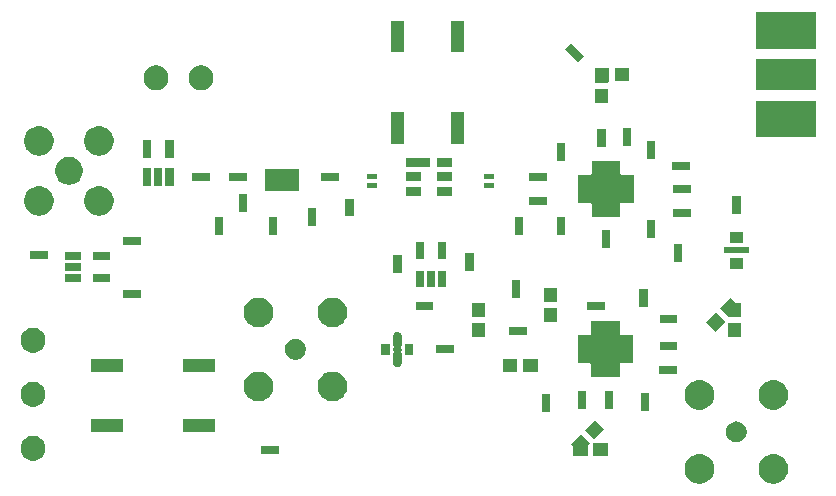
<source format=gts>
G04 #@! TF.GenerationSoftware,KiCad,Pcbnew,5.0.2-bee76a0~70~ubuntu16.04.1*
G04 #@! TF.CreationDate,2019-02-24T18:58:32-05:00*
G04 #@! TF.ProjectId,chain_v03,63686169-6e5f-4763-9033-2e6b69636164,rev?*
G04 #@! TF.SameCoordinates,Original*
G04 #@! TF.FileFunction,Soldermask,Top*
G04 #@! TF.FilePolarity,Negative*
%FSLAX46Y46*%
G04 Gerber Fmt 4.6, Leading zero omitted, Abs format (unit mm)*
G04 Created by KiCad (PCBNEW 5.0.2-bee76a0~70~ubuntu16.04.1) date Sun 24 Feb 2019 06:58:32 PM EST*
%MOMM*%
%LPD*%
G01*
G04 APERTURE LIST*
%ADD10C,0.100000*%
G04 APERTURE END LIST*
D10*
G04 #@! TO.C,U12*
G36*
X76358930Y-94126000D02*
X75757000Y-94126000D01*
X75757000Y-93325406D01*
X76358930Y-93325406D01*
X76358930Y-94126000D01*
G37*
G36*
X75357263Y-93326000D02*
X74757000Y-93326000D01*
X74757000Y-92775166D01*
X75357263Y-92775166D01*
X75357263Y-93326000D01*
G37*
G36*
X74356240Y-94126000D02*
X73757000Y-94126000D01*
X73757000Y-93325565D01*
X74356240Y-93325565D01*
X74356240Y-94126000D01*
G37*
G36*
X75357292Y-94676000D02*
X74757000Y-94676000D01*
X74757000Y-94126390D01*
X75357292Y-94126390D01*
X75357292Y-94676000D01*
G37*
G36*
X107072635Y-102602019D02*
X107253903Y-102638075D01*
X107481571Y-102732378D01*
X107685542Y-102868668D01*
X107686469Y-102869287D01*
X107860713Y-103043531D01*
X107860715Y-103043534D01*
X107997622Y-103248429D01*
X108091925Y-103476097D01*
X108140000Y-103717787D01*
X108140000Y-103964213D01*
X108091925Y-104205903D01*
X107997622Y-104433571D01*
X107861332Y-104637542D01*
X107860713Y-104638469D01*
X107686469Y-104812713D01*
X107686466Y-104812715D01*
X107481571Y-104949622D01*
X107253903Y-105043925D01*
X107072635Y-105079981D01*
X107012214Y-105092000D01*
X106765786Y-105092000D01*
X106705365Y-105079981D01*
X106524097Y-105043925D01*
X106296429Y-104949622D01*
X106091534Y-104812715D01*
X106091531Y-104812713D01*
X105917287Y-104638469D01*
X105916668Y-104637542D01*
X105780378Y-104433571D01*
X105686075Y-104205903D01*
X105638000Y-103964213D01*
X105638000Y-103717787D01*
X105686075Y-103476097D01*
X105780378Y-103248429D01*
X105917285Y-103043534D01*
X105917287Y-103043531D01*
X106091531Y-102869287D01*
X106092458Y-102868668D01*
X106296429Y-102732378D01*
X106524097Y-102638075D01*
X106705364Y-102602019D01*
X106765786Y-102590000D01*
X107012214Y-102590000D01*
X107072635Y-102602019D01*
X107072635Y-102602019D01*
G37*
G36*
X100812635Y-102602019D02*
X100993903Y-102638075D01*
X101221571Y-102732378D01*
X101425542Y-102868668D01*
X101426469Y-102869287D01*
X101600713Y-103043531D01*
X101600715Y-103043534D01*
X101737622Y-103248429D01*
X101831925Y-103476097D01*
X101880000Y-103717787D01*
X101880000Y-103964213D01*
X101831925Y-104205903D01*
X101737622Y-104433571D01*
X101601332Y-104637542D01*
X101600713Y-104638469D01*
X101426469Y-104812713D01*
X101426466Y-104812715D01*
X101221571Y-104949622D01*
X100993903Y-105043925D01*
X100812635Y-105079981D01*
X100752214Y-105092000D01*
X100505786Y-105092000D01*
X100445365Y-105079981D01*
X100264097Y-105043925D01*
X100036429Y-104949622D01*
X99831534Y-104812715D01*
X99831531Y-104812713D01*
X99657287Y-104638469D01*
X99656668Y-104637542D01*
X99520378Y-104433571D01*
X99426075Y-104205903D01*
X99378000Y-103964213D01*
X99378000Y-103717787D01*
X99426075Y-103476097D01*
X99520378Y-103248429D01*
X99657285Y-103043534D01*
X99657287Y-103043531D01*
X99831531Y-102869287D01*
X99832458Y-102868668D01*
X100036429Y-102732378D01*
X100264097Y-102638075D01*
X100445364Y-102602019D01*
X100505786Y-102590000D01*
X100752214Y-102590000D01*
X100812635Y-102602019D01*
X100812635Y-102602019D01*
G37*
G36*
X44502414Y-101097879D02*
X44502416Y-101097880D01*
X44502417Y-101097880D01*
X44693594Y-101177068D01*
X44865651Y-101292033D01*
X45011967Y-101438349D01*
X45011969Y-101438352D01*
X45126932Y-101610406D01*
X45157416Y-101684000D01*
X45206121Y-101801586D01*
X45246251Y-102003333D01*
X45246490Y-102004536D01*
X45246490Y-102211464D01*
X45206120Y-102414417D01*
X45135048Y-102586000D01*
X45126932Y-102605594D01*
X45011967Y-102777651D01*
X44865651Y-102923967D01*
X44865648Y-102923969D01*
X44693594Y-103038932D01*
X44502417Y-103118120D01*
X44502416Y-103118120D01*
X44502414Y-103118121D01*
X44299466Y-103158490D01*
X44092534Y-103158490D01*
X43889586Y-103118121D01*
X43889584Y-103118120D01*
X43889583Y-103118120D01*
X43698406Y-103038932D01*
X43526352Y-102923969D01*
X43526349Y-102923967D01*
X43380033Y-102777651D01*
X43265068Y-102605594D01*
X43256952Y-102586000D01*
X43185880Y-102414417D01*
X43145510Y-102211464D01*
X43145510Y-102004536D01*
X43145749Y-102003333D01*
X43185879Y-101801586D01*
X43234585Y-101684000D01*
X43265068Y-101610406D01*
X43380031Y-101438352D01*
X43380033Y-101438349D01*
X43526349Y-101292033D01*
X43698406Y-101177068D01*
X43889583Y-101097880D01*
X43889584Y-101097880D01*
X43889586Y-101097879D01*
X44092534Y-101057510D01*
X44299466Y-101057510D01*
X44502414Y-101097879D01*
X44502414Y-101097879D01*
G37*
G36*
X91365588Y-101691645D02*
X91188612Y-101868621D01*
X91173066Y-101887563D01*
X91161515Y-101909174D01*
X91154402Y-101932623D01*
X91152000Y-101957009D01*
X91152000Y-102786000D01*
X89950000Y-102786000D01*
X89950000Y-102027719D01*
X89947598Y-102003333D01*
X89940485Y-101979884D01*
X89928934Y-101958273D01*
X89913388Y-101939331D01*
X89736412Y-101762355D01*
X90586355Y-100912412D01*
X91365588Y-101691645D01*
X91365588Y-101691645D01*
G37*
G36*
X92852000Y-102786000D02*
X91650000Y-102786000D01*
X91650000Y-101709009D01*
X91648290Y-101691645D01*
X91649043Y-101684000D01*
X92852000Y-101684000D01*
X92852000Y-102786000D01*
X92852000Y-102786000D01*
G37*
G36*
X65013000Y-102586000D02*
X63511000Y-102586000D01*
X63511000Y-101884000D01*
X65013000Y-101884000D01*
X65013000Y-102586000D01*
X65013000Y-102586000D01*
G37*
G36*
X103887589Y-99843416D02*
X104014520Y-99868664D01*
X104173942Y-99934699D01*
X104317418Y-100030566D01*
X104439434Y-100152582D01*
X104535301Y-100296058D01*
X104601336Y-100455480D01*
X104635000Y-100624721D01*
X104635000Y-100797279D01*
X104601336Y-100966520D01*
X104535301Y-101125942D01*
X104439434Y-101269418D01*
X104317418Y-101391434D01*
X104173942Y-101487301D01*
X104014520Y-101553336D01*
X103887589Y-101578584D01*
X103845280Y-101587000D01*
X103672720Y-101587000D01*
X103630411Y-101578584D01*
X103503480Y-101553336D01*
X103344058Y-101487301D01*
X103200582Y-101391434D01*
X103078566Y-101269418D01*
X102982699Y-101125942D01*
X102916664Y-100966520D01*
X102883000Y-100797279D01*
X102883000Y-100624721D01*
X102916664Y-100455480D01*
X102982699Y-100296058D01*
X103078566Y-100152582D01*
X103200582Y-100030566D01*
X103344058Y-99934699D01*
X103503480Y-99868664D01*
X103630411Y-99843416D01*
X103672720Y-99835000D01*
X103845280Y-99835000D01*
X103887589Y-99843416D01*
X103887589Y-99843416D01*
G37*
G36*
X92567670Y-100489563D02*
X91717727Y-101339506D01*
X90938494Y-100560273D01*
X91788437Y-99710330D01*
X92567670Y-100489563D01*
X92567670Y-100489563D01*
G37*
G36*
X59582000Y-100764000D02*
X56900000Y-100764000D01*
X56900000Y-99642000D01*
X59582000Y-99642000D01*
X59582000Y-100764000D01*
X59582000Y-100764000D01*
G37*
G36*
X51812000Y-100764000D02*
X49130000Y-100764000D01*
X49130000Y-99642000D01*
X51812000Y-99642000D01*
X51812000Y-100764000D01*
X51812000Y-100764000D01*
G37*
G36*
X87981000Y-99049000D02*
X87279000Y-99049000D01*
X87279000Y-97547000D01*
X87981000Y-97547000D01*
X87981000Y-99049000D01*
X87981000Y-99049000D01*
G37*
G36*
X96363000Y-98922000D02*
X95661000Y-98922000D01*
X95661000Y-97420000D01*
X96363000Y-97420000D01*
X96363000Y-98922000D01*
X96363000Y-98922000D01*
G37*
G36*
X100812635Y-96342019D02*
X100993903Y-96378075D01*
X101221571Y-96472378D01*
X101420155Y-96605068D01*
X101426469Y-96609287D01*
X101600713Y-96783531D01*
X101600715Y-96783534D01*
X101737622Y-96988429D01*
X101831925Y-97216097D01*
X101880000Y-97457787D01*
X101880000Y-97704213D01*
X101831925Y-97945903D01*
X101737622Y-98173571D01*
X101666508Y-98280000D01*
X101600713Y-98378469D01*
X101426469Y-98552713D01*
X101426466Y-98552715D01*
X101221571Y-98689622D01*
X100993903Y-98783925D01*
X100812635Y-98819981D01*
X100752214Y-98832000D01*
X100505786Y-98832000D01*
X100445365Y-98819981D01*
X100264097Y-98783925D01*
X100036429Y-98689622D01*
X99831534Y-98552715D01*
X99831531Y-98552713D01*
X99657287Y-98378469D01*
X99591492Y-98280000D01*
X99520378Y-98173571D01*
X99426075Y-97945903D01*
X99378000Y-97704213D01*
X99378000Y-97457787D01*
X99426075Y-97216097D01*
X99520378Y-96988429D01*
X99657285Y-96783534D01*
X99657287Y-96783531D01*
X99831531Y-96609287D01*
X99837845Y-96605068D01*
X100036429Y-96472378D01*
X100264097Y-96378075D01*
X100445365Y-96342019D01*
X100505786Y-96330000D01*
X100752214Y-96330000D01*
X100812635Y-96342019D01*
X100812635Y-96342019D01*
G37*
G36*
X107072635Y-96342019D02*
X107253903Y-96378075D01*
X107481571Y-96472378D01*
X107680155Y-96605068D01*
X107686469Y-96609287D01*
X107860713Y-96783531D01*
X107860715Y-96783534D01*
X107997622Y-96988429D01*
X108091925Y-97216097D01*
X108140000Y-97457787D01*
X108140000Y-97704213D01*
X108091925Y-97945903D01*
X107997622Y-98173571D01*
X107926508Y-98280000D01*
X107860713Y-98378469D01*
X107686469Y-98552713D01*
X107686466Y-98552715D01*
X107481571Y-98689622D01*
X107253903Y-98783925D01*
X107072635Y-98819981D01*
X107012214Y-98832000D01*
X106765786Y-98832000D01*
X106705365Y-98819981D01*
X106524097Y-98783925D01*
X106296429Y-98689622D01*
X106091534Y-98552715D01*
X106091531Y-98552713D01*
X105917287Y-98378469D01*
X105851492Y-98280000D01*
X105780378Y-98173571D01*
X105686075Y-97945903D01*
X105638000Y-97704213D01*
X105638000Y-97457787D01*
X105686075Y-97216097D01*
X105780378Y-96988429D01*
X105917285Y-96783534D01*
X105917287Y-96783531D01*
X106091531Y-96609287D01*
X106097845Y-96605068D01*
X106296429Y-96472378D01*
X106524097Y-96378075D01*
X106705365Y-96342019D01*
X106765786Y-96330000D01*
X107012214Y-96330000D01*
X107072635Y-96342019D01*
X107072635Y-96342019D01*
G37*
G36*
X93315000Y-98795000D02*
X92613000Y-98795000D01*
X92613000Y-97293000D01*
X93315000Y-97293000D01*
X93315000Y-98795000D01*
X93315000Y-98795000D01*
G37*
G36*
X91029000Y-98795000D02*
X90327000Y-98795000D01*
X90327000Y-97293000D01*
X91029000Y-97293000D01*
X91029000Y-98795000D01*
X91029000Y-98795000D01*
G37*
G36*
X44502414Y-96525879D02*
X44502416Y-96525880D01*
X44502417Y-96525880D01*
X44693594Y-96605068D01*
X44865651Y-96720033D01*
X45011967Y-96866349D01*
X45011969Y-96866352D01*
X45126932Y-97038406D01*
X45202525Y-97220903D01*
X45206121Y-97229586D01*
X45246490Y-97432534D01*
X45246490Y-97639466D01*
X45209045Y-97827715D01*
X45206120Y-97842417D01*
X45155501Y-97964622D01*
X45126932Y-98033594D01*
X45011967Y-98205651D01*
X44865651Y-98351967D01*
X44865648Y-98351969D01*
X44693594Y-98466932D01*
X44502417Y-98546120D01*
X44502416Y-98546120D01*
X44502414Y-98546121D01*
X44299466Y-98586490D01*
X44092534Y-98586490D01*
X43889586Y-98546121D01*
X43889584Y-98546120D01*
X43889583Y-98546120D01*
X43698406Y-98466932D01*
X43526352Y-98351969D01*
X43526349Y-98351967D01*
X43380033Y-98205651D01*
X43265068Y-98033594D01*
X43236499Y-97964622D01*
X43185880Y-97842417D01*
X43182956Y-97827715D01*
X43145510Y-97639466D01*
X43145510Y-97432534D01*
X43185879Y-97229586D01*
X43189476Y-97220903D01*
X43265068Y-97038406D01*
X43380031Y-96866352D01*
X43380033Y-96866349D01*
X43526349Y-96720033D01*
X43698406Y-96605068D01*
X43889583Y-96525880D01*
X43889584Y-96525880D01*
X43889586Y-96525879D01*
X44092534Y-96485510D01*
X44299466Y-96485510D01*
X44502414Y-96525879D01*
X44502414Y-96525879D01*
G37*
G36*
X63474636Y-95617019D02*
X63655903Y-95653075D01*
X63883571Y-95747378D01*
X64044638Y-95855000D01*
X64088469Y-95884287D01*
X64262713Y-96058531D01*
X64262715Y-96058534D01*
X64399622Y-96263429D01*
X64493925Y-96491097D01*
X64542000Y-96732787D01*
X64542000Y-96979213D01*
X64493925Y-97220903D01*
X64399622Y-97448571D01*
X64263332Y-97652542D01*
X64262713Y-97653469D01*
X64088469Y-97827713D01*
X64088466Y-97827715D01*
X63883571Y-97964622D01*
X63655903Y-98058925D01*
X63474635Y-98094981D01*
X63414214Y-98107000D01*
X63167786Y-98107000D01*
X63107365Y-98094981D01*
X62926097Y-98058925D01*
X62698429Y-97964622D01*
X62493534Y-97827715D01*
X62493531Y-97827713D01*
X62319287Y-97653469D01*
X62318668Y-97652542D01*
X62182378Y-97448571D01*
X62088075Y-97220903D01*
X62040000Y-96979213D01*
X62040000Y-96732787D01*
X62088075Y-96491097D01*
X62182378Y-96263429D01*
X62319285Y-96058534D01*
X62319287Y-96058531D01*
X62493531Y-95884287D01*
X62537362Y-95855000D01*
X62698429Y-95747378D01*
X62926097Y-95653075D01*
X63107364Y-95617019D01*
X63167786Y-95605000D01*
X63414214Y-95605000D01*
X63474636Y-95617019D01*
X63474636Y-95617019D01*
G37*
G36*
X69734636Y-95617019D02*
X69915903Y-95653075D01*
X70143571Y-95747378D01*
X70304638Y-95855000D01*
X70348469Y-95884287D01*
X70522713Y-96058531D01*
X70522715Y-96058534D01*
X70659622Y-96263429D01*
X70753925Y-96491097D01*
X70802000Y-96732787D01*
X70802000Y-96979213D01*
X70753925Y-97220903D01*
X70659622Y-97448571D01*
X70523332Y-97652542D01*
X70522713Y-97653469D01*
X70348469Y-97827713D01*
X70348466Y-97827715D01*
X70143571Y-97964622D01*
X69915903Y-98058925D01*
X69734635Y-98094981D01*
X69674214Y-98107000D01*
X69427786Y-98107000D01*
X69367365Y-98094981D01*
X69186097Y-98058925D01*
X68958429Y-97964622D01*
X68753534Y-97827715D01*
X68753531Y-97827713D01*
X68579287Y-97653469D01*
X68578668Y-97652542D01*
X68442378Y-97448571D01*
X68348075Y-97220903D01*
X68300000Y-96979213D01*
X68300000Y-96732787D01*
X68348075Y-96491097D01*
X68442378Y-96263429D01*
X68579285Y-96058534D01*
X68579287Y-96058531D01*
X68753531Y-95884287D01*
X68797362Y-95855000D01*
X68958429Y-95747378D01*
X69186097Y-95653075D01*
X69367364Y-95617019D01*
X69427786Y-95605000D01*
X69674214Y-95605000D01*
X69734636Y-95617019D01*
X69734636Y-95617019D01*
G37*
G36*
X93862188Y-92401844D02*
X93864590Y-92426230D01*
X93871703Y-92449679D01*
X93883254Y-92471290D01*
X93898800Y-92490232D01*
X93917742Y-92505778D01*
X93939353Y-92517329D01*
X93962802Y-92524442D01*
X93987188Y-92526844D01*
X95030588Y-92526844D01*
X95030588Y-94914844D01*
X93987188Y-94914844D01*
X93962802Y-94917246D01*
X93939353Y-94924359D01*
X93917742Y-94935910D01*
X93898800Y-94951456D01*
X93883254Y-94970398D01*
X93871703Y-94992009D01*
X93864590Y-95015458D01*
X93862188Y-95039844D01*
X93862188Y-96083244D01*
X91474188Y-96083244D01*
X91474188Y-95039844D01*
X91471786Y-95015458D01*
X91464673Y-94992009D01*
X91453122Y-94970398D01*
X91437576Y-94951456D01*
X91418634Y-94935910D01*
X91397023Y-94924359D01*
X91373574Y-94917246D01*
X91349188Y-94914844D01*
X90305788Y-94914844D01*
X90305788Y-92526844D01*
X91349188Y-92526844D01*
X91373574Y-92524442D01*
X91397023Y-92517329D01*
X91418634Y-92505778D01*
X91437576Y-92490232D01*
X91453122Y-92471290D01*
X91464673Y-92449679D01*
X91471786Y-92426230D01*
X91474188Y-92401844D01*
X91474188Y-91358444D01*
X93862188Y-91358444D01*
X93862188Y-92401844D01*
X93862188Y-92401844D01*
G37*
G36*
X98746000Y-95855000D02*
X97244000Y-95855000D01*
X97244000Y-95153000D01*
X98746000Y-95153000D01*
X98746000Y-95855000D01*
X98746000Y-95855000D01*
G37*
G36*
X59582000Y-95684000D02*
X56900000Y-95684000D01*
X56900000Y-94562000D01*
X59582000Y-94562000D01*
X59582000Y-95684000D01*
X59582000Y-95684000D01*
G37*
G36*
X51812000Y-95684000D02*
X49130000Y-95684000D01*
X49130000Y-94562000D01*
X51812000Y-94562000D01*
X51812000Y-95684000D01*
X51812000Y-95684000D01*
G37*
G36*
X86922000Y-95674000D02*
X85720000Y-95674000D01*
X85720000Y-94572000D01*
X86922000Y-94572000D01*
X86922000Y-95674000D01*
X86922000Y-95674000D01*
G37*
G36*
X85222000Y-95674000D02*
X84020000Y-95674000D01*
X84020000Y-94572000D01*
X85222000Y-94572000D01*
X85222000Y-95674000D01*
X85222000Y-95674000D01*
G37*
G36*
X75159383Y-92238489D02*
X75223261Y-92264948D01*
X75280750Y-92303361D01*
X75329639Y-92352250D01*
X75368052Y-92409739D01*
X75394511Y-92473617D01*
X75408000Y-92541430D01*
X75408000Y-93399698D01*
X75391047Y-93413612D01*
X75375501Y-93432554D01*
X75363950Y-93454165D01*
X75356837Y-93477614D01*
X75354435Y-93502000D01*
X75356837Y-93526386D01*
X75363950Y-93549835D01*
X75394511Y-93623617D01*
X75408000Y-93691430D01*
X75408000Y-93760570D01*
X75394511Y-93828383D01*
X75363950Y-93902165D01*
X75356837Y-93925615D01*
X75354435Y-93950001D01*
X75356837Y-93974387D01*
X75363950Y-93997836D01*
X75375502Y-94019447D01*
X75391047Y-94038389D01*
X75408000Y-94052301D01*
X75408000Y-94910570D01*
X75394511Y-94978383D01*
X75368052Y-95042261D01*
X75329639Y-95099750D01*
X75280750Y-95148639D01*
X75223261Y-95187052D01*
X75159383Y-95213511D01*
X75091570Y-95227000D01*
X75022430Y-95227000D01*
X74954617Y-95213511D01*
X74890739Y-95187052D01*
X74833250Y-95148639D01*
X74784361Y-95099750D01*
X74745948Y-95042261D01*
X74719489Y-94978383D01*
X74706000Y-94910570D01*
X74706000Y-94052302D01*
X74722953Y-94038388D01*
X74738499Y-94019446D01*
X74750050Y-93997835D01*
X74757163Y-93974386D01*
X74759565Y-93950000D01*
X74757163Y-93925614D01*
X74750050Y-93902165D01*
X74719489Y-93828383D01*
X74706000Y-93760570D01*
X74706000Y-93691430D01*
X74719489Y-93623617D01*
X74750050Y-93549835D01*
X74757163Y-93526385D01*
X74759565Y-93501999D01*
X74757163Y-93477613D01*
X74750050Y-93454164D01*
X74738498Y-93432553D01*
X74722953Y-93413611D01*
X74706000Y-93399699D01*
X74706000Y-92541430D01*
X74719489Y-92473617D01*
X74745948Y-92409739D01*
X74784361Y-92352250D01*
X74833250Y-92303361D01*
X74890739Y-92264948D01*
X74954617Y-92238489D01*
X75022430Y-92225000D01*
X75091570Y-92225000D01*
X75159383Y-92238489D01*
X75159383Y-92238489D01*
G37*
G36*
X66549589Y-92858416D02*
X66676520Y-92883664D01*
X66835942Y-92949699D01*
X66979418Y-93045566D01*
X67101434Y-93167582D01*
X67197301Y-93311058D01*
X67263336Y-93470480D01*
X67297000Y-93639721D01*
X67297000Y-93812279D01*
X67263336Y-93981520D01*
X67197301Y-94140942D01*
X67101434Y-94284418D01*
X66979418Y-94406434D01*
X66835942Y-94502301D01*
X66676520Y-94568336D01*
X66549589Y-94593584D01*
X66507280Y-94602000D01*
X66334720Y-94602000D01*
X66292411Y-94593584D01*
X66165480Y-94568336D01*
X66006058Y-94502301D01*
X65862582Y-94406434D01*
X65740566Y-94284418D01*
X65644699Y-94140942D01*
X65578664Y-93981520D01*
X65545000Y-93812279D01*
X65545000Y-93639721D01*
X65578664Y-93470480D01*
X65644699Y-93311058D01*
X65740566Y-93167582D01*
X65862582Y-93045566D01*
X66006058Y-92949699D01*
X66165480Y-92883664D01*
X66292411Y-92858416D01*
X66334720Y-92850000D01*
X66507280Y-92850000D01*
X66549589Y-92858416D01*
X66549589Y-92858416D01*
G37*
G36*
X74408000Y-94177000D02*
X73706000Y-94177000D01*
X73706000Y-93275000D01*
X74408000Y-93275000D01*
X74408000Y-94177000D01*
X74408000Y-94177000D01*
G37*
G36*
X76408000Y-94177000D02*
X75706000Y-94177000D01*
X75706000Y-93275000D01*
X76408000Y-93275000D01*
X76408000Y-94177000D01*
X76408000Y-94177000D01*
G37*
G36*
X79823000Y-94077000D02*
X78321000Y-94077000D01*
X78321000Y-93375000D01*
X79823000Y-93375000D01*
X79823000Y-94077000D01*
X79823000Y-94077000D01*
G37*
G36*
X44502414Y-91953879D02*
X44502416Y-91953880D01*
X44502417Y-91953880D01*
X44693594Y-92033068D01*
X44865651Y-92148033D01*
X45011967Y-92294349D01*
X45011969Y-92294352D01*
X45126932Y-92466406D01*
X45186647Y-92610570D01*
X45206121Y-92657586D01*
X45246490Y-92860534D01*
X45246490Y-93067466D01*
X45226576Y-93167582D01*
X45206120Y-93270417D01*
X45189286Y-93311058D01*
X45126932Y-93461594D01*
X45011967Y-93633651D01*
X44865651Y-93779967D01*
X44865648Y-93779969D01*
X44693594Y-93894932D01*
X44502417Y-93974120D01*
X44502416Y-93974120D01*
X44502414Y-93974121D01*
X44299466Y-94014490D01*
X44092534Y-94014490D01*
X43889586Y-93974121D01*
X43889584Y-93974120D01*
X43889583Y-93974120D01*
X43698406Y-93894932D01*
X43526352Y-93779969D01*
X43526349Y-93779967D01*
X43380033Y-93633651D01*
X43265068Y-93461594D01*
X43202714Y-93311058D01*
X43185880Y-93270417D01*
X43165425Y-93167582D01*
X43145510Y-93067466D01*
X43145510Y-92860534D01*
X43185879Y-92657586D01*
X43205354Y-92610570D01*
X43265068Y-92466406D01*
X43380031Y-92294352D01*
X43380033Y-92294349D01*
X43526349Y-92148033D01*
X43698406Y-92033068D01*
X43889583Y-91953880D01*
X43889584Y-91953880D01*
X43889586Y-91953879D01*
X44092534Y-91913510D01*
X44299466Y-91913510D01*
X44502414Y-91953879D01*
X44502414Y-91953879D01*
G37*
G36*
X98753188Y-93817844D02*
X97251188Y-93817844D01*
X97251188Y-93115844D01*
X98753188Y-93115844D01*
X98753188Y-93817844D01*
X98753188Y-93817844D01*
G37*
G36*
X82466000Y-92676000D02*
X81364000Y-92676000D01*
X81364000Y-91474000D01*
X82466000Y-91474000D01*
X82466000Y-92676000D01*
X82466000Y-92676000D01*
G37*
G36*
X104183000Y-92674200D02*
X103081000Y-92674200D01*
X103081000Y-91472200D01*
X104183000Y-91472200D01*
X104183000Y-92674200D01*
X104183000Y-92674200D01*
G37*
G36*
X86046000Y-92553000D02*
X84544000Y-92553000D01*
X84544000Y-91851000D01*
X86046000Y-91851000D01*
X86046000Y-92553000D01*
X86046000Y-92553000D01*
G37*
G36*
X102829547Y-91370686D02*
X101979604Y-92220629D01*
X101200371Y-91441396D01*
X102050314Y-90591453D01*
X102829547Y-91370686D01*
X102829547Y-91370686D01*
G37*
G36*
X69734636Y-89357019D02*
X69915903Y-89393075D01*
X70143571Y-89487378D01*
X70347542Y-89623668D01*
X70348469Y-89624287D01*
X70522713Y-89798531D01*
X70522715Y-89798534D01*
X70659622Y-90003429D01*
X70753925Y-90231097D01*
X70802000Y-90472787D01*
X70802000Y-90719213D01*
X70753925Y-90960903D01*
X70659622Y-91188571D01*
X70546116Y-91358444D01*
X70522713Y-91393469D01*
X70348469Y-91567713D01*
X70348466Y-91567715D01*
X70143571Y-91704622D01*
X69915903Y-91798925D01*
X69734636Y-91834981D01*
X69674214Y-91847000D01*
X69427786Y-91847000D01*
X69367364Y-91834981D01*
X69186097Y-91798925D01*
X68958429Y-91704622D01*
X68753534Y-91567715D01*
X68753531Y-91567713D01*
X68579287Y-91393469D01*
X68555884Y-91358444D01*
X68442378Y-91188571D01*
X68348075Y-90960903D01*
X68300000Y-90719213D01*
X68300000Y-90472787D01*
X68348075Y-90231097D01*
X68442378Y-90003429D01*
X68579285Y-89798534D01*
X68579287Y-89798531D01*
X68753531Y-89624287D01*
X68754458Y-89623668D01*
X68958429Y-89487378D01*
X69186097Y-89393075D01*
X69367364Y-89357019D01*
X69427786Y-89345000D01*
X69674214Y-89345000D01*
X69734636Y-89357019D01*
X69734636Y-89357019D01*
G37*
G36*
X63474636Y-89357019D02*
X63655903Y-89393075D01*
X63883571Y-89487378D01*
X64087542Y-89623668D01*
X64088469Y-89624287D01*
X64262713Y-89798531D01*
X64262715Y-89798534D01*
X64399622Y-90003429D01*
X64493925Y-90231097D01*
X64542000Y-90472787D01*
X64542000Y-90719213D01*
X64493925Y-90960903D01*
X64399622Y-91188571D01*
X64286116Y-91358444D01*
X64262713Y-91393469D01*
X64088469Y-91567713D01*
X64088466Y-91567715D01*
X63883571Y-91704622D01*
X63655903Y-91798925D01*
X63474636Y-91834981D01*
X63414214Y-91847000D01*
X63167786Y-91847000D01*
X63107364Y-91834981D01*
X62926097Y-91798925D01*
X62698429Y-91704622D01*
X62493534Y-91567715D01*
X62493531Y-91567713D01*
X62319287Y-91393469D01*
X62295884Y-91358444D01*
X62182378Y-91188571D01*
X62088075Y-90960903D01*
X62040000Y-90719213D01*
X62040000Y-90472787D01*
X62088075Y-90231097D01*
X62182378Y-90003429D01*
X62319285Y-89798534D01*
X62319287Y-89798531D01*
X62493531Y-89624287D01*
X62494458Y-89623668D01*
X62698429Y-89487378D01*
X62926097Y-89393075D01*
X63107364Y-89357019D01*
X63167786Y-89345000D01*
X63414214Y-89345000D01*
X63474636Y-89357019D01*
X63474636Y-89357019D01*
G37*
G36*
X98753188Y-91531844D02*
X97251188Y-91531844D01*
X97251188Y-90829844D01*
X98753188Y-90829844D01*
X98753188Y-91531844D01*
X98753188Y-91531844D01*
G37*
G36*
X88562000Y-91406000D02*
X87460000Y-91406000D01*
X87460000Y-90204000D01*
X88562000Y-90204000D01*
X88562000Y-91406000D01*
X88562000Y-91406000D01*
G37*
G36*
X103598613Y-89735588D02*
X103617555Y-89751134D01*
X103639166Y-89762685D01*
X103662615Y-89769798D01*
X103687001Y-89772200D01*
X104183000Y-89772200D01*
X104183000Y-90974200D01*
X103277809Y-90974200D01*
X103253423Y-90976602D01*
X103229974Y-90983715D01*
X103208363Y-90995266D01*
X103189421Y-91010812D01*
X103181686Y-91018547D01*
X103173951Y-91010812D01*
X103155009Y-90995266D01*
X103133398Y-90983715D01*
X103109949Y-90976602D01*
X103085563Y-90974200D01*
X103081000Y-90974200D01*
X103081000Y-90969637D01*
X103078598Y-90945251D01*
X103071485Y-90921802D01*
X103059934Y-90900191D01*
X103044388Y-90881249D01*
X102402453Y-90239314D01*
X103252396Y-89389371D01*
X103598613Y-89735588D01*
X103598613Y-89735588D01*
G37*
G36*
X82466000Y-90976000D02*
X81364000Y-90976000D01*
X81364000Y-89774000D01*
X82466000Y-89774000D01*
X82466000Y-90976000D01*
X82466000Y-90976000D01*
G37*
G36*
X78094000Y-90394000D02*
X76592000Y-90394000D01*
X76592000Y-89692000D01*
X78094000Y-89692000D01*
X78094000Y-90394000D01*
X78094000Y-90394000D01*
G37*
G36*
X92621000Y-90394000D02*
X91119000Y-90394000D01*
X91119000Y-89692000D01*
X92621000Y-89692000D01*
X92621000Y-90394000D01*
X92621000Y-90394000D01*
G37*
G36*
X96236000Y-90110000D02*
X95534000Y-90110000D01*
X95534000Y-88608000D01*
X96236000Y-88608000D01*
X96236000Y-90110000D01*
X96236000Y-90110000D01*
G37*
G36*
X88562000Y-89706000D02*
X87460000Y-89706000D01*
X87460000Y-88504000D01*
X88562000Y-88504000D01*
X88562000Y-89706000D01*
X88562000Y-89706000D01*
G37*
G36*
X85441000Y-89397000D02*
X84739000Y-89397000D01*
X84739000Y-87895000D01*
X85441000Y-87895000D01*
X85441000Y-89397000D01*
X85441000Y-89397000D01*
G37*
G36*
X53329000Y-89378000D02*
X51827000Y-89378000D01*
X51827000Y-88676000D01*
X53329000Y-88676000D01*
X53329000Y-89378000D01*
X53329000Y-89378000D01*
G37*
G36*
X77265723Y-88475747D02*
X76604923Y-88475747D01*
X76604923Y-87103747D01*
X77265723Y-87103747D01*
X77265723Y-88475747D01*
X77265723Y-88475747D01*
G37*
G36*
X78205523Y-88475747D02*
X77544723Y-88475747D01*
X77544723Y-87103747D01*
X78205523Y-87103747D01*
X78205523Y-88475747D01*
X78205523Y-88475747D01*
G37*
G36*
X79145323Y-88475747D02*
X78484523Y-88475747D01*
X78484523Y-87103747D01*
X79145323Y-87103747D01*
X79145323Y-88475747D01*
X79145323Y-88475747D01*
G37*
G36*
X50694146Y-88034539D02*
X49322146Y-88034539D01*
X49322146Y-87373739D01*
X50694146Y-87373739D01*
X50694146Y-88034539D01*
X50694146Y-88034539D01*
G37*
G36*
X48255746Y-88034539D02*
X46883746Y-88034539D01*
X46883746Y-87373739D01*
X48255746Y-87373739D01*
X48255746Y-88034539D01*
X48255746Y-88034539D01*
G37*
G36*
X75408000Y-87238000D02*
X74706000Y-87238000D01*
X74706000Y-85736000D01*
X75408000Y-85736000D01*
X75408000Y-87238000D01*
X75408000Y-87238000D01*
G37*
G36*
X81504000Y-87111000D02*
X80802000Y-87111000D01*
X80802000Y-85609000D01*
X81504000Y-85609000D01*
X81504000Y-87111000D01*
X81504000Y-87111000D01*
G37*
G36*
X48255746Y-87094739D02*
X46883746Y-87094739D01*
X46883746Y-86433939D01*
X48255746Y-86433939D01*
X48255746Y-87094739D01*
X48255746Y-87094739D01*
G37*
G36*
X104310000Y-86895000D02*
X103208000Y-86895000D01*
X103208000Y-85993000D01*
X104310000Y-85993000D01*
X104310000Y-86895000D01*
X104310000Y-86895000D01*
G37*
G36*
X99157000Y-86349000D02*
X98455000Y-86349000D01*
X98455000Y-84847000D01*
X99157000Y-84847000D01*
X99157000Y-86349000D01*
X99157000Y-86349000D01*
G37*
G36*
X48255746Y-86154939D02*
X46883746Y-86154939D01*
X46883746Y-85494139D01*
X48255746Y-85494139D01*
X48255746Y-86154939D01*
X48255746Y-86154939D01*
G37*
G36*
X50694146Y-86154939D02*
X49322146Y-86154939D01*
X49322146Y-85494139D01*
X50694146Y-85494139D01*
X50694146Y-86154939D01*
X50694146Y-86154939D01*
G37*
G36*
X45455000Y-86099339D02*
X43953000Y-86099339D01*
X43953000Y-85397339D01*
X45455000Y-85397339D01*
X45455000Y-86099339D01*
X45455000Y-86099339D01*
G37*
G36*
X79145323Y-86037347D02*
X78484523Y-86037347D01*
X78484523Y-84665347D01*
X79145323Y-84665347D01*
X79145323Y-86037347D01*
X79145323Y-86037347D01*
G37*
G36*
X77265723Y-86037347D02*
X76604923Y-86037347D01*
X76604923Y-84665347D01*
X77265723Y-84665347D01*
X77265723Y-86037347D01*
X77265723Y-86037347D01*
G37*
G36*
X104810000Y-85595000D02*
X102708000Y-85595000D01*
X102708000Y-85093000D01*
X104810000Y-85093000D01*
X104810000Y-85595000D01*
X104810000Y-85595000D01*
G37*
G36*
X93061000Y-85157000D02*
X92359000Y-85157000D01*
X92359000Y-83655000D01*
X93061000Y-83655000D01*
X93061000Y-85157000D01*
X93061000Y-85157000D01*
G37*
G36*
X53329000Y-84933000D02*
X51827000Y-84933000D01*
X51827000Y-84231000D01*
X53329000Y-84231000D01*
X53329000Y-84933000D01*
X53329000Y-84933000D01*
G37*
G36*
X104310000Y-84695000D02*
X103208000Y-84695000D01*
X103208000Y-83793000D01*
X104310000Y-83793000D01*
X104310000Y-84695000D01*
X104310000Y-84695000D01*
G37*
G36*
X96871000Y-84268000D02*
X96169000Y-84268000D01*
X96169000Y-82766000D01*
X96871000Y-82766000D01*
X96871000Y-84268000D01*
X96871000Y-84268000D01*
G37*
G36*
X64867000Y-84063000D02*
X64165000Y-84063000D01*
X64165000Y-82561000D01*
X64867000Y-82561000D01*
X64867000Y-84063000D01*
X64867000Y-84063000D01*
G37*
G36*
X60295000Y-84063000D02*
X59593000Y-84063000D01*
X59593000Y-82561000D01*
X60295000Y-82561000D01*
X60295000Y-84063000D01*
X60295000Y-84063000D01*
G37*
G36*
X85695000Y-84014000D02*
X84993000Y-84014000D01*
X84993000Y-82512000D01*
X85695000Y-82512000D01*
X85695000Y-84014000D01*
X85695000Y-84014000D01*
G37*
G36*
X89251000Y-84014000D02*
X88549000Y-84014000D01*
X88549000Y-82512000D01*
X89251000Y-82512000D01*
X89251000Y-84014000D01*
X89251000Y-84014000D01*
G37*
G36*
X68169000Y-83301000D02*
X67467000Y-83301000D01*
X67467000Y-81799000D01*
X68169000Y-81799000D01*
X68169000Y-83301000D01*
X68169000Y-83301000D01*
G37*
G36*
X99889000Y-82520000D02*
X98387000Y-82520000D01*
X98387000Y-81818000D01*
X99889000Y-81818000D01*
X99889000Y-82520000D01*
X99889000Y-82520000D01*
G37*
G36*
X93904000Y-78818000D02*
X93906402Y-78842386D01*
X93913515Y-78865835D01*
X93925066Y-78887446D01*
X93940612Y-78906388D01*
X93959554Y-78921934D01*
X93981165Y-78933485D01*
X94004614Y-78940598D01*
X94029000Y-78943000D01*
X95072400Y-78943000D01*
X95072400Y-81331000D01*
X94029000Y-81331000D01*
X94004614Y-81333402D01*
X93981165Y-81340515D01*
X93959554Y-81352066D01*
X93940612Y-81367612D01*
X93925066Y-81386554D01*
X93913515Y-81408165D01*
X93906402Y-81431614D01*
X93904000Y-81456000D01*
X93904000Y-82499400D01*
X91516000Y-82499400D01*
X91516000Y-81456000D01*
X91513598Y-81431614D01*
X91506485Y-81408165D01*
X91494934Y-81386554D01*
X91479388Y-81367612D01*
X91460446Y-81352066D01*
X91438835Y-81340515D01*
X91415386Y-81333402D01*
X91391000Y-81331000D01*
X90347600Y-81331000D01*
X90347600Y-78943000D01*
X91391000Y-78943000D01*
X91415386Y-78940598D01*
X91438835Y-78933485D01*
X91460446Y-78921934D01*
X91479388Y-78906388D01*
X91494934Y-78887446D01*
X91506485Y-78865835D01*
X91513598Y-78842386D01*
X91516000Y-78818000D01*
X91516000Y-77774600D01*
X93904000Y-77774600D01*
X93904000Y-78818000D01*
X93904000Y-78818000D01*
G37*
G36*
X71344000Y-82461000D02*
X70642000Y-82461000D01*
X70642000Y-80959000D01*
X71344000Y-80959000D01*
X71344000Y-82461000D01*
X71344000Y-82461000D01*
G37*
G36*
X44887635Y-79914019D02*
X45068903Y-79950075D01*
X45296571Y-80044378D01*
X45500542Y-80180668D01*
X45501469Y-80181287D01*
X45675713Y-80355531D01*
X45675715Y-80355534D01*
X45812622Y-80560429D01*
X45906925Y-80788097D01*
X45955000Y-81029787D01*
X45955000Y-81276213D01*
X45906925Y-81517903D01*
X45812622Y-81745571D01*
X45676332Y-81949542D01*
X45675713Y-81950469D01*
X45501469Y-82124713D01*
X45501466Y-82124715D01*
X45296571Y-82261622D01*
X45068903Y-82355925D01*
X44887636Y-82391981D01*
X44827214Y-82404000D01*
X44580786Y-82404000D01*
X44520364Y-82391981D01*
X44339097Y-82355925D01*
X44111429Y-82261622D01*
X43906534Y-82124715D01*
X43906531Y-82124713D01*
X43732287Y-81950469D01*
X43731668Y-81949542D01*
X43595378Y-81745571D01*
X43501075Y-81517903D01*
X43453000Y-81276213D01*
X43453000Y-81029787D01*
X43501075Y-80788097D01*
X43595378Y-80560429D01*
X43732285Y-80355534D01*
X43732287Y-80355531D01*
X43906531Y-80181287D01*
X43907458Y-80180668D01*
X44111429Y-80044378D01*
X44339097Y-79950075D01*
X44520365Y-79914019D01*
X44580786Y-79902000D01*
X44827214Y-79902000D01*
X44887635Y-79914019D01*
X44887635Y-79914019D01*
G37*
G36*
X49967635Y-79914019D02*
X50148903Y-79950075D01*
X50376571Y-80044378D01*
X50580542Y-80180668D01*
X50581469Y-80181287D01*
X50755713Y-80355531D01*
X50755715Y-80355534D01*
X50892622Y-80560429D01*
X50986925Y-80788097D01*
X51035000Y-81029787D01*
X51035000Y-81276213D01*
X50986925Y-81517903D01*
X50892622Y-81745571D01*
X50756332Y-81949542D01*
X50755713Y-81950469D01*
X50581469Y-82124713D01*
X50581466Y-82124715D01*
X50376571Y-82261622D01*
X50148903Y-82355925D01*
X49967636Y-82391981D01*
X49907214Y-82404000D01*
X49660786Y-82404000D01*
X49600364Y-82391981D01*
X49419097Y-82355925D01*
X49191429Y-82261622D01*
X48986534Y-82124715D01*
X48986531Y-82124713D01*
X48812287Y-81950469D01*
X48811668Y-81949542D01*
X48675378Y-81745571D01*
X48581075Y-81517903D01*
X48533000Y-81276213D01*
X48533000Y-81029787D01*
X48581075Y-80788097D01*
X48675378Y-80560429D01*
X48812285Y-80355534D01*
X48812287Y-80355531D01*
X48986531Y-80181287D01*
X48987458Y-80180668D01*
X49191429Y-80044378D01*
X49419097Y-79950075D01*
X49600365Y-79914019D01*
X49660786Y-79902000D01*
X49907214Y-79902000D01*
X49967635Y-79914019D01*
X49967635Y-79914019D01*
G37*
G36*
X104110000Y-82285000D02*
X103408000Y-82285000D01*
X103408000Y-80783000D01*
X104110000Y-80783000D01*
X104110000Y-82285000D01*
X104110000Y-82285000D01*
G37*
G36*
X62327000Y-82080000D02*
X61625000Y-82080000D01*
X61625000Y-80578000D01*
X62327000Y-80578000D01*
X62327000Y-82080000D01*
X62327000Y-82080000D01*
G37*
G36*
X87697000Y-81504000D02*
X86195000Y-81504000D01*
X86195000Y-80802000D01*
X87697000Y-80802000D01*
X87697000Y-81504000D01*
X87697000Y-81504000D01*
G37*
G36*
X77086000Y-80701000D02*
X75784000Y-80701000D01*
X75784000Y-79949000D01*
X77086000Y-79949000D01*
X77086000Y-80701000D01*
X77086000Y-80701000D01*
G37*
G36*
X79686000Y-80701000D02*
X78384000Y-80701000D01*
X78384000Y-79949000D01*
X79686000Y-79949000D01*
X79686000Y-80701000D01*
X79686000Y-80701000D01*
G37*
G36*
X99889000Y-80488000D02*
X98387000Y-80488000D01*
X98387000Y-79786000D01*
X99889000Y-79786000D01*
X99889000Y-80488000D01*
X99889000Y-80488000D01*
G37*
G36*
X64745554Y-78456934D02*
X64767165Y-78468485D01*
X64790614Y-78475598D01*
X64815000Y-78478000D01*
X65763000Y-78478000D01*
X65787386Y-78475598D01*
X65810835Y-78468485D01*
X65832446Y-78456934D01*
X65843332Y-78448000D01*
X66700000Y-78448000D01*
X66700000Y-80310000D01*
X65843332Y-80310000D01*
X65832446Y-80301066D01*
X65810835Y-80289515D01*
X65787386Y-80282402D01*
X65763000Y-80280000D01*
X64815000Y-80280000D01*
X64790614Y-80282402D01*
X64767165Y-80289515D01*
X64745554Y-80301066D01*
X64734668Y-80310000D01*
X63878000Y-80310000D01*
X63878000Y-78448000D01*
X64734668Y-78448000D01*
X64745554Y-78456934D01*
X64745554Y-78456934D01*
G37*
G36*
X73368000Y-80061000D02*
X72466000Y-80061000D01*
X72466000Y-79609000D01*
X73368000Y-79609000D01*
X73368000Y-80061000D01*
X73368000Y-80061000D01*
G37*
G36*
X83274000Y-80061000D02*
X82372000Y-80061000D01*
X82372000Y-79609000D01*
X83274000Y-79609000D01*
X83274000Y-80061000D01*
X83274000Y-80061000D01*
G37*
G36*
X54199000Y-79857000D02*
X53507000Y-79857000D01*
X53507000Y-78385000D01*
X54199000Y-78385000D01*
X54199000Y-79857000D01*
X54199000Y-79857000D01*
G37*
G36*
X55149000Y-79857000D02*
X54457000Y-79857000D01*
X54457000Y-78385000D01*
X55149000Y-78385000D01*
X55149000Y-79857000D01*
X55149000Y-79857000D01*
G37*
G36*
X56099000Y-79857000D02*
X55407000Y-79857000D01*
X55407000Y-78385000D01*
X56099000Y-78385000D01*
X56099000Y-79857000D01*
X56099000Y-79857000D01*
G37*
G36*
X47473427Y-77459597D02*
X47587027Y-77482193D01*
X47801045Y-77570842D01*
X47823730Y-77586000D01*
X47993659Y-77699543D01*
X48157457Y-77863341D01*
X48157459Y-77863344D01*
X48286158Y-78055955D01*
X48374807Y-78269973D01*
X48397403Y-78383573D01*
X48414294Y-78468485D01*
X48420000Y-78497174D01*
X48420000Y-78728826D01*
X48374807Y-78956027D01*
X48286158Y-79170045D01*
X48192643Y-79310000D01*
X48157457Y-79362659D01*
X47993659Y-79526457D01*
X47993656Y-79526459D01*
X47801045Y-79655158D01*
X47587027Y-79743807D01*
X47473426Y-79766404D01*
X47359827Y-79789000D01*
X47128173Y-79789000D01*
X47014574Y-79766404D01*
X46900973Y-79743807D01*
X46686955Y-79655158D01*
X46494344Y-79526459D01*
X46494341Y-79526457D01*
X46330543Y-79362659D01*
X46295357Y-79310000D01*
X46201842Y-79170045D01*
X46113193Y-78956027D01*
X46068000Y-78728826D01*
X46068000Y-78497174D01*
X46073707Y-78468485D01*
X46090597Y-78383573D01*
X46113193Y-78269973D01*
X46201842Y-78055955D01*
X46330541Y-77863344D01*
X46330543Y-77863341D01*
X46494341Y-77699543D01*
X46664270Y-77586000D01*
X46686955Y-77570842D01*
X46900973Y-77482193D01*
X47014573Y-77459597D01*
X47128173Y-77437000D01*
X47359827Y-77437000D01*
X47473427Y-77459597D01*
X47473427Y-77459597D01*
G37*
G36*
X79686000Y-79501000D02*
X78384000Y-79501000D01*
X78384000Y-78749000D01*
X79686000Y-78749000D01*
X79686000Y-79501000D01*
X79686000Y-79501000D01*
G37*
G36*
X77086000Y-79501000D02*
X75784000Y-79501000D01*
X75784000Y-78749000D01*
X77086000Y-78749000D01*
X77086000Y-79501000D01*
X77086000Y-79501000D01*
G37*
G36*
X70093000Y-79476000D02*
X68591000Y-79476000D01*
X68591000Y-78774000D01*
X70093000Y-78774000D01*
X70093000Y-79476000D01*
X70093000Y-79476000D01*
G37*
G36*
X59182000Y-79476000D02*
X57680000Y-79476000D01*
X57680000Y-78774000D01*
X59182000Y-78774000D01*
X59182000Y-79476000D01*
X59182000Y-79476000D01*
G37*
G36*
X62308000Y-79476000D02*
X60806000Y-79476000D01*
X60806000Y-78774000D01*
X62308000Y-78774000D01*
X62308000Y-79476000D01*
X62308000Y-79476000D01*
G37*
G36*
X87697000Y-79472000D02*
X86195000Y-79472000D01*
X86195000Y-78770000D01*
X87697000Y-78770000D01*
X87697000Y-79472000D01*
X87697000Y-79472000D01*
G37*
G36*
X73368000Y-79341000D02*
X72466000Y-79341000D01*
X72466000Y-78889000D01*
X73368000Y-78889000D01*
X73368000Y-79341000D01*
X73368000Y-79341000D01*
G37*
G36*
X83274000Y-79341000D02*
X82372000Y-79341000D01*
X82372000Y-78889000D01*
X83274000Y-78889000D01*
X83274000Y-79341000D01*
X83274000Y-79341000D01*
G37*
G36*
X99811000Y-78583000D02*
X98309000Y-78583000D01*
X98309000Y-77881000D01*
X99811000Y-77881000D01*
X99811000Y-78583000D01*
X99811000Y-78583000D01*
G37*
G36*
X79686000Y-78301000D02*
X78384000Y-78301000D01*
X78384000Y-77549000D01*
X79686000Y-77549000D01*
X79686000Y-78301000D01*
X79686000Y-78301000D01*
G37*
G36*
X77836000Y-78301000D02*
X75774000Y-78301000D01*
X75774000Y-77549000D01*
X77836000Y-77549000D01*
X77836000Y-78301000D01*
X77836000Y-78301000D01*
G37*
G36*
X89251000Y-77762000D02*
X88549000Y-77762000D01*
X88549000Y-76260000D01*
X89251000Y-76260000D01*
X89251000Y-77762000D01*
X89251000Y-77762000D01*
G37*
G36*
X96871000Y-77586000D02*
X96169000Y-77586000D01*
X96169000Y-76084000D01*
X96871000Y-76084000D01*
X96871000Y-77586000D01*
X96871000Y-77586000D01*
G37*
G36*
X56099000Y-77507000D02*
X55407000Y-77507000D01*
X55407000Y-76035000D01*
X56099000Y-76035000D01*
X56099000Y-77507000D01*
X56099000Y-77507000D01*
G37*
G36*
X54199000Y-77507000D02*
X53507000Y-77507000D01*
X53507000Y-76035000D01*
X54199000Y-76035000D01*
X54199000Y-77507000D01*
X54199000Y-77507000D01*
G37*
G36*
X44887635Y-74834019D02*
X45068903Y-74870075D01*
X45296571Y-74964378D01*
X45500542Y-75100668D01*
X45501469Y-75101287D01*
X45675713Y-75275531D01*
X45675715Y-75275534D01*
X45812622Y-75480429D01*
X45906925Y-75708097D01*
X45955000Y-75949787D01*
X45955000Y-76196213D01*
X45906925Y-76437903D01*
X45812622Y-76665571D01*
X45772244Y-76726000D01*
X45675713Y-76870469D01*
X45501469Y-77044713D01*
X45501466Y-77044715D01*
X45296571Y-77181622D01*
X45068903Y-77275925D01*
X44887635Y-77311981D01*
X44827214Y-77324000D01*
X44580786Y-77324000D01*
X44520365Y-77311981D01*
X44339097Y-77275925D01*
X44111429Y-77181622D01*
X43906534Y-77044715D01*
X43906531Y-77044713D01*
X43732287Y-76870469D01*
X43635756Y-76726000D01*
X43595378Y-76665571D01*
X43501075Y-76437903D01*
X43453000Y-76196213D01*
X43453000Y-75949787D01*
X43501075Y-75708097D01*
X43595378Y-75480429D01*
X43732285Y-75275534D01*
X43732287Y-75275531D01*
X43906531Y-75101287D01*
X43907458Y-75100668D01*
X44111429Y-74964378D01*
X44339097Y-74870075D01*
X44520365Y-74834019D01*
X44580786Y-74822000D01*
X44827214Y-74822000D01*
X44887635Y-74834019D01*
X44887635Y-74834019D01*
G37*
G36*
X49967635Y-74834019D02*
X50148903Y-74870075D01*
X50376571Y-74964378D01*
X50580542Y-75100668D01*
X50581469Y-75101287D01*
X50755713Y-75275531D01*
X50755715Y-75275534D01*
X50892622Y-75480429D01*
X50986925Y-75708097D01*
X51035000Y-75949787D01*
X51035000Y-76196213D01*
X50986925Y-76437903D01*
X50892622Y-76665571D01*
X50852244Y-76726000D01*
X50755713Y-76870469D01*
X50581469Y-77044713D01*
X50581466Y-77044715D01*
X50376571Y-77181622D01*
X50148903Y-77275925D01*
X49967635Y-77311981D01*
X49907214Y-77324000D01*
X49660786Y-77324000D01*
X49600365Y-77311981D01*
X49419097Y-77275925D01*
X49191429Y-77181622D01*
X48986534Y-77044715D01*
X48986531Y-77044713D01*
X48812287Y-76870469D01*
X48715756Y-76726000D01*
X48675378Y-76665571D01*
X48581075Y-76437903D01*
X48533000Y-76196213D01*
X48533000Y-75949787D01*
X48581075Y-75708097D01*
X48675378Y-75480429D01*
X48812285Y-75275534D01*
X48812287Y-75275531D01*
X48986531Y-75101287D01*
X48987458Y-75100668D01*
X49191429Y-74964378D01*
X49419097Y-74870075D01*
X49600365Y-74834019D01*
X49660786Y-74822000D01*
X49907214Y-74822000D01*
X49967635Y-74834019D01*
X49967635Y-74834019D01*
G37*
G36*
X92680000Y-76570000D02*
X91978000Y-76570000D01*
X91978000Y-75068000D01*
X92680000Y-75068000D01*
X92680000Y-76570000D01*
X92680000Y-76570000D01*
G37*
G36*
X94839000Y-76521000D02*
X94137000Y-76521000D01*
X94137000Y-75019000D01*
X94839000Y-75019000D01*
X94839000Y-76521000D01*
X94839000Y-76521000D01*
G37*
G36*
X80698000Y-76346000D02*
X79576000Y-76346000D01*
X79576000Y-73664000D01*
X80698000Y-73664000D01*
X80698000Y-76346000D01*
X80698000Y-76346000D01*
G37*
G36*
X75618000Y-76346000D02*
X74496000Y-76346000D01*
X74496000Y-73664000D01*
X75618000Y-73664000D01*
X75618000Y-76346000D01*
X75618000Y-76346000D01*
G37*
G36*
X110501000Y-75786000D02*
X105399000Y-75786000D01*
X105399000Y-72684000D01*
X110501000Y-72684000D01*
X110501000Y-75786000D01*
X110501000Y-75786000D01*
G37*
G36*
X92880000Y-72864000D02*
X91778000Y-72864000D01*
X91778000Y-71662000D01*
X92880000Y-71662000D01*
X92880000Y-72864000D01*
X92880000Y-72864000D01*
G37*
G36*
X54916414Y-69728879D02*
X54916416Y-69728880D01*
X54916417Y-69728880D01*
X55107594Y-69808068D01*
X55279651Y-69923033D01*
X55425967Y-70069349D01*
X55540932Y-70241406D01*
X55620121Y-70432586D01*
X55660490Y-70635534D01*
X55660490Y-70842466D01*
X55621994Y-71036000D01*
X55620120Y-71045417D01*
X55592058Y-71113165D01*
X55540932Y-71236594D01*
X55425967Y-71408651D01*
X55279651Y-71554967D01*
X55279648Y-71554969D01*
X55107594Y-71669932D01*
X54916417Y-71749120D01*
X54916416Y-71749120D01*
X54916414Y-71749121D01*
X54713466Y-71789490D01*
X54506534Y-71789490D01*
X54303586Y-71749121D01*
X54303584Y-71749120D01*
X54303583Y-71749120D01*
X54112406Y-71669932D01*
X53940352Y-71554969D01*
X53940349Y-71554967D01*
X53794033Y-71408651D01*
X53679068Y-71236594D01*
X53627942Y-71113165D01*
X53599880Y-71045417D01*
X53598007Y-71036000D01*
X53559510Y-70842466D01*
X53559510Y-70635534D01*
X53599879Y-70432586D01*
X53679068Y-70241406D01*
X53794033Y-70069349D01*
X53940349Y-69923033D01*
X54112406Y-69808068D01*
X54303583Y-69728880D01*
X54303584Y-69728880D01*
X54303586Y-69728879D01*
X54506534Y-69688510D01*
X54713466Y-69688510D01*
X54916414Y-69728879D01*
X54916414Y-69728879D01*
G37*
G36*
X58726414Y-69728879D02*
X58726416Y-69728880D01*
X58726417Y-69728880D01*
X58917594Y-69808068D01*
X59089651Y-69923033D01*
X59235967Y-70069349D01*
X59350932Y-70241406D01*
X59430121Y-70432586D01*
X59470490Y-70635534D01*
X59470490Y-70842466D01*
X59431994Y-71036000D01*
X59430120Y-71045417D01*
X59402058Y-71113165D01*
X59350932Y-71236594D01*
X59235967Y-71408651D01*
X59089651Y-71554967D01*
X59089648Y-71554969D01*
X58917594Y-71669932D01*
X58726417Y-71749120D01*
X58726416Y-71749120D01*
X58726414Y-71749121D01*
X58523466Y-71789490D01*
X58316534Y-71789490D01*
X58113586Y-71749121D01*
X58113584Y-71749120D01*
X58113583Y-71749120D01*
X57922406Y-71669932D01*
X57750352Y-71554969D01*
X57750349Y-71554967D01*
X57604033Y-71408651D01*
X57489068Y-71236594D01*
X57437942Y-71113165D01*
X57409880Y-71045417D01*
X57408007Y-71036000D01*
X57369510Y-70842466D01*
X57369510Y-70635534D01*
X57409879Y-70432586D01*
X57489068Y-70241406D01*
X57604033Y-70069349D01*
X57750349Y-69923033D01*
X57922406Y-69808068D01*
X58113583Y-69728880D01*
X58113584Y-69728880D01*
X58113586Y-69728879D01*
X58316534Y-69688510D01*
X58523466Y-69688510D01*
X58726414Y-69728879D01*
X58726414Y-69728879D01*
G37*
G36*
X110501000Y-71786000D02*
X105399000Y-71786000D01*
X105399000Y-69184000D01*
X110501000Y-69184000D01*
X110501000Y-71786000D01*
X110501000Y-71786000D01*
G37*
G36*
X92969000Y-71041925D02*
X92957165Y-71045515D01*
X92935554Y-71057066D01*
X92916612Y-71072612D01*
X92901066Y-71091554D01*
X92889515Y-71113165D01*
X92882402Y-71136614D01*
X92880000Y-71161000D01*
X92880000Y-71164000D01*
X91778000Y-71164000D01*
X91778000Y-71161000D01*
X91775598Y-71136614D01*
X91768485Y-71113165D01*
X91767000Y-71110387D01*
X91767000Y-69934000D01*
X92969000Y-69934000D01*
X92969000Y-71041925D01*
X92969000Y-71041925D01*
G37*
G36*
X94669000Y-71036000D02*
X93467000Y-71036000D01*
X93467000Y-69934000D01*
X94669000Y-69934000D01*
X94669000Y-71036000D01*
X94669000Y-71036000D01*
G37*
G36*
X90822232Y-68862843D02*
X90325843Y-69359232D01*
X89263768Y-68297157D01*
X89760157Y-67800768D01*
X90822232Y-68862843D01*
X90822232Y-68862843D01*
G37*
G36*
X75618000Y-68576000D02*
X74496000Y-68576000D01*
X74496000Y-65894000D01*
X75618000Y-65894000D01*
X75618000Y-68576000D01*
X75618000Y-68576000D01*
G37*
G36*
X80698000Y-68576000D02*
X79576000Y-68576000D01*
X79576000Y-65894000D01*
X80698000Y-65894000D01*
X80698000Y-68576000D01*
X80698000Y-68576000D01*
G37*
G36*
X110501000Y-68286000D02*
X105399000Y-68286000D01*
X105399000Y-65184000D01*
X110501000Y-65184000D01*
X110501000Y-68286000D01*
X110501000Y-68286000D01*
G37*
M02*

</source>
